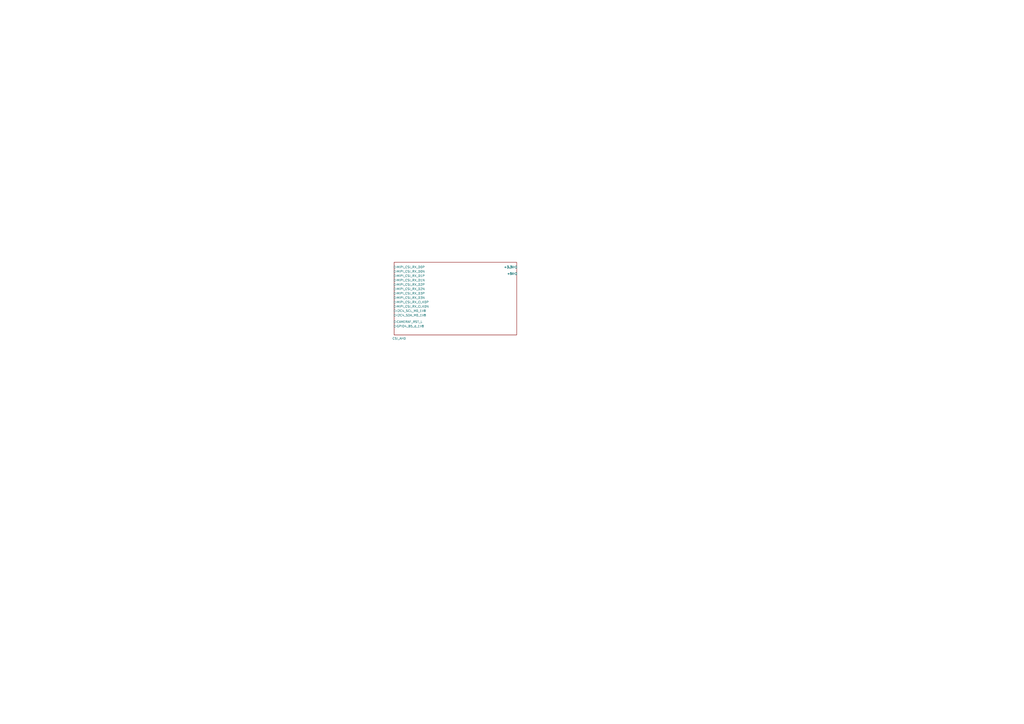
<source format=kicad_sch>
(kicad_sch
	(version 20231120)
	(generator "eeschema")
	(generator_version "8.0")
	(uuid "25e5aa8e-2696-44a3-8d3c-c2c53f2923cf")
	(paper "A2")
	(title_block
		(title "CamTracker")
		(date "2022-09-20")
		(rev "REV1")
		(company "SmartEQ Bilisim")
	)
	(lib_symbols)
	(sheet
		(at 228.6 152.1528)
		(size 71.12 42.1572)
		(stroke
			(width 0.1524)
			(type solid)
		)
		(fill
			(color 0 0 0 0.0000)
		)
		(uuid "b95e05d9-7dbc-401d-ad33-a443353595f1")
		(property "Sheetname" "CSI_AHD"
			(at 227.584 197.104 0)
			(effects
				(font
					(size 1.27 1.27)
				)
				(justify left bottom)
			)
		)
		(property "Sheetfile" "CSI_AHD.kicad_sch"
			(at 227.838 198.374 0)
			(effects
				(font
					(size 1.27 1.27)
				)
				(justify left top)
				(hide yes)
			)
		)
		(pin "MIPI_CSI_RX_D1N" input
			(at 228.6 162.56 180)
			(effects
				(font
					(size 1.27 1.27)
				)
				(justify left)
			)
			(uuid "3a9a605a-3bc8-4a01-bb94-67891a6a72ea")
		)
		(pin "MIPI_CSI_RX_D0N" input
			(at 228.6 157.48 180)
			(effects
				(font
					(size 1.27 1.27)
				)
				(justify left)
			)
			(uuid "886fe990-bc7b-4cdc-aadc-4e54600d18fd")
		)
		(pin "MIPI_CSI_RX_D1P" input
			(at 228.6 160.02 180)
			(effects
				(font
					(size 1.27 1.27)
				)
				(justify left)
			)
			(uuid "fedf2d57-986b-4ed5-9857-b8951a4ba453")
		)
		(pin "MIPI_CSI_RX_D2P" input
			(at 228.6 165.1 180)
			(effects
				(font
					(size 1.27 1.27)
				)
				(justify left)
			)
			(uuid "bce18477-375e-431c-bf03-7b50df4ccbea")
		)
		(pin "MIPI_CSI_RX_D2N" input
			(at 228.6 167.64 180)
			(effects
				(font
					(size 1.27 1.27)
				)
				(justify left)
			)
			(uuid "4cf78d31-547b-44e3-86ea-4a9697befc7b")
		)
		(pin "MIPI_CSI_RX_D3N" input
			(at 228.6 172.72 180)
			(effects
				(font
					(size 1.27 1.27)
				)
				(justify left)
			)
			(uuid "20b4da34-7b6f-42fd-825c-b7407e988574")
		)
		(pin "MIPI_CSI_RX_D3P" input
			(at 228.6 170.18 180)
			(effects
				(font
					(size 1.27 1.27)
				)
				(justify left)
			)
			(uuid "a28770a7-4286-4684-92fe-12f6fdbe79db")
		)
		(pin "MIPI_CSI_RX_D0P" input
			(at 228.6 154.94 180)
			(effects
				(font
					(size 1.27 1.27)
				)
				(justify left)
			)
			(uuid "f6dc042d-abf8-4599-988d-c9423d1e3f6b")
		)
		(pin "+3.3V" input
			(at 299.72 154.94 0)
			(effects
				(font
					(size 1.27 1.27)
					(thickness 0.254)
					(bold yes)
				)
				(justify right)
			)
			(uuid "0f08fd18-a017-4852-929a-517d95fd0873")
		)
		(pin "+5V" input
			(at 299.72 158.75 0)
			(effects
				(font
					(size 1.27 1.27)
					(thickness 0.254)
					(bold yes)
				)
				(justify right)
			)
			(uuid "f6f8fec2-b735-43d8-a7dd-9b43357d2664")
		)
		(pin "I2C4_SCL_M0_1V8" input
			(at 228.6 180.34 180)
			(effects
				(font
					(size 1.27 1.27)
				)
				(justify left)
			)
			(uuid "c11fd44f-4b89-4d50-937e-ddfeb3ec7776")
		)
		(pin "I2C4_SDA_M0_1V8" input
			(at 228.6 182.88 180)
			(effects
				(font
					(size 1.27 1.27)
				)
				(justify left)
			)
			(uuid "2e714052-5087-41ec-9e37-1583b9f41863")
		)
		(pin "CAMERAF_RST_L" input
			(at 228.6 186.69 180)
			(effects
				(font
					(size 1.27 1.27)
				)
				(justify left)
			)
			(uuid "6fee98e7-85f4-40f3-bef9-f2de86c6943a")
		)
		(pin "GPIO4_B5_d_1V8" input
			(at 228.6 189.23 180)
			(effects
				(font
					(size 1.27 1.27)
				)
				(justify left)
			)
			(uuid "34c7ce1a-67e6-4767-a41c-558068a843b3")
		)
		(pin "MIPI_CSI_RX_CLK0P" input
			(at 228.6 175.26 180)
			(effects
				(font
					(size 1.27 1.27)
				)
				(justify left)
			)
			(uuid "50cf3449-9d81-41da-abd6-80c54d33597f")
		)
		(pin "MIPI_CSI_RX_CLK0N" input
			(at 228.6 177.8 180)
			(effects
				(font
					(size 1.27 1.27)
				)
				(justify left)
			)
			(uuid "6bc9bc9a-f954-4661-b7c7-9218a8c064a5")
		)
		(instances
			(project "Movita_IO_Expansion_Board_V2.0"
				(path "/25e5aa8e-2696-44a3-8d3c-c2c53f2923cf"
					(page "7")
				)
			)
		)
	)
	(sheet_instances
		(path "/"
			(page "1")
		)
	)
)
</source>
